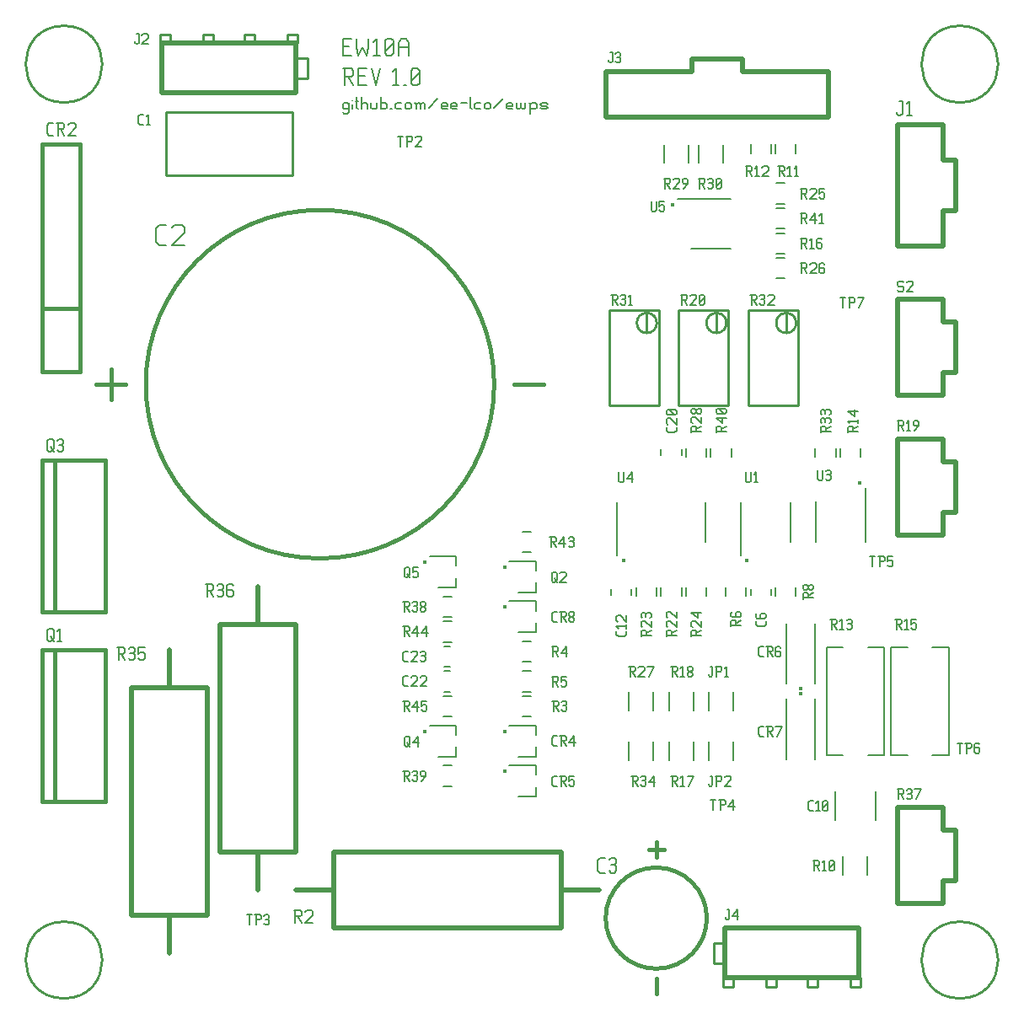
<source format=gbr>
G04 start of page 9 for group -4079 idx -4079 *
G04 Title: EW10A - linear power supply, topsilk *
G04 Creator: pcb 1.99z *
G04 CreationDate: Mon 08 Sep 2014 07:20:40 PM GMT UTC *
G04 For: eelco *
G04 Format: Gerber/RS-274X *
G04 PCB-Dimensions (mil): 5511.81 5511.81 *
G04 PCB-Coordinate-Origin: lower left *
%MOIN*%
%FSLAX25Y25*%
%LNTOPSILK*%
%ADD126C,0.0080*%
%ADD125C,0.0150*%
%ADD124C,0.0098*%
%ADD123C,0.0197*%
%ADD122C,0.0157*%
%ADD121C,0.0081*%
%ADD120C,0.0200*%
%ADD119C,0.0100*%
%ADD118C,0.0079*%
G54D118*X208661Y459919D02*X211151D01*
X208661Y456267D02*X211981D01*
X208661Y462907D02*Y456267D01*
Y462907D02*X211981D01*
X213973D02*Y459587D01*
X214803Y456267D01*
X216463Y459587D01*
X218123Y456267D01*
X218953Y459587D01*
Y462907D02*Y459587D01*
X220945Y461579D02*X222273Y462907D01*
Y456267D01*
X220945D02*X223435D01*
X225427Y457097D02*X226257Y456267D01*
X225427Y462077D02*Y457097D01*
Y462077D02*X226257Y462907D01*
X227917D01*
X228747Y462077D01*
Y457097D01*
X227917Y456267D02*X228747Y457097D01*
X226257Y456267D02*X227917D01*
X225427Y457927D02*X228747Y461247D01*
X230739D02*Y456267D01*
Y461247D02*X231901Y462907D01*
X233727D01*
X234889Y461247D01*
Y456267D01*
X230739Y459587D02*X234889D01*
X208661Y451096D02*X211981D01*
X212811Y450266D01*
Y448606D01*
X211981Y447776D02*X212811Y448606D01*
X209491Y447776D02*X211981D01*
X209491Y451096D02*Y444456D01*
X210819Y447776D02*X212811Y444456D01*
X214803Y448108D02*X217293D01*
X214803Y444456D02*X218123D01*
X214803Y451096D02*Y444456D01*
Y451096D02*X218123D01*
X220115D02*X221775Y444456D01*
X223435Y451096D01*
X228415Y449768D02*X229743Y451096D01*
Y444456D01*
X228415D02*X230905D01*
X232897D02*X233727D01*
X235719Y445286D02*X236549Y444456D01*
X235719Y450266D02*Y445286D01*
Y450266D02*X236549Y451096D01*
X238209D01*
X239039Y450266D01*
Y445286D01*
X238209Y444456D02*X239039Y445286D01*
X236549Y444456D02*X238209D01*
X235719Y446116D02*X239039Y449436D01*
X210446Y437375D02*X211041Y436780D01*
X209256Y437375D02*X210446D01*
X208661Y436780D02*X209256Y437375D01*
X208661Y436780D02*Y435590D01*
X209256Y434995D01*
X210446D01*
X211041Y435590D01*
X208661Y433805D02*X209256Y433210D01*
X210446D01*
X211041Y433805D01*
Y437375D02*Y433805D01*
X212469Y438565D02*Y438446D01*
Y436780D02*Y434995D01*
X214254Y439755D02*Y435590D01*
X214849Y434995D01*
X213659Y437970D02*X214849D01*
X216039Y439755D02*Y434995D01*
Y436780D02*X216634Y437375D01*
X217824D01*
X218419Y436780D01*
Y434995D01*
X219847Y437375D02*Y435590D01*
X220442Y434995D01*
X221632D01*
X222227Y435590D01*
Y437375D02*Y435590D01*
X223655Y439755D02*Y434995D01*
Y435590D02*X224250Y434995D01*
X225440D01*
X226035Y435590D01*
Y436780D02*Y435590D01*
X225440Y437375D02*X226035Y436780D01*
X224250Y437375D02*X225440D01*
X223655Y436780D02*X224250Y437375D01*
X227463Y434995D02*X228058D01*
X230081Y437375D02*X231866D01*
X229486Y436780D02*X230081Y437375D01*
X229486Y436780D02*Y435590D01*
X230081Y434995D01*
X231866D01*
X233294Y436780D02*Y435590D01*
Y436780D02*X233889Y437375D01*
X235079D01*
X235674Y436780D01*
Y435590D01*
X235079Y434995D02*X235674Y435590D01*
X233889Y434995D02*X235079D01*
X233294Y435590D02*X233889Y434995D01*
X237697Y436780D02*Y434995D01*
Y436780D02*X238292Y437375D01*
X238887D01*
X239482Y436780D01*
Y434995D01*
Y436780D02*X240077Y437375D01*
X240672D01*
X241267Y436780D01*
Y434995D01*
X237102Y437375D02*X237697Y436780D01*
X242695Y435590D02*X246265Y439160D01*
X248288Y434995D02*X250073D01*
X247693Y435590D02*X248288Y434995D01*
X247693Y436780D02*Y435590D01*
Y436780D02*X248288Y437375D01*
X249478D01*
X250073Y436780D01*
X247693Y436185D02*X250073D01*
Y436780D02*Y436185D01*
X252096Y434995D02*X253881D01*
X251501Y435590D02*X252096Y434995D01*
X251501Y436780D02*Y435590D01*
Y436780D02*X252096Y437375D01*
X253286D01*
X253881Y436780D01*
X251501Y436185D02*X253881D01*
Y436780D02*Y436185D01*
X255309Y437375D02*X257689D01*
X259117Y439755D02*Y435590D01*
X259712Y434995D01*
X261497Y437375D02*X263282D01*
X260902Y436780D02*X261497Y437375D01*
X260902Y436780D02*Y435590D01*
X261497Y434995D01*
X263282D01*
X264710Y436780D02*Y435590D01*
Y436780D02*X265305Y437375D01*
X266495D01*
X267090Y436780D01*
Y435590D01*
X266495Y434995D02*X267090Y435590D01*
X265305Y434995D02*X266495D01*
X264710Y435590D02*X265305Y434995D01*
X268518Y435590D02*X272088Y439160D01*
X274112Y434995D02*X275896D01*
X273516Y435590D02*X274112Y434995D01*
X273516Y436780D02*Y435590D01*
Y436780D02*X274112Y437375D01*
X275302D01*
X275896Y436780D01*
X273516Y436185D02*X275896D01*
Y436780D02*Y436185D01*
X277325Y437375D02*Y435590D01*
X277920Y434995D01*
X278515D01*
X279110Y435590D01*
Y437375D02*Y435590D01*
X279705Y434995D01*
X280300D01*
X280895Y435590D01*
Y437375D02*Y435590D01*
X282918Y436780D02*Y433210D01*
X282323Y437375D02*X282918Y436780D01*
X283513Y437375D01*
X284703D01*
X285298Y436780D01*
Y435590D01*
X284703Y434995D02*X285298Y435590D01*
X283513Y434995D02*X284703D01*
X282918Y435590D02*X283513Y434995D01*
X287321D02*X289106D01*
X289701Y435590D01*
X289106Y436185D02*X289701Y435590D01*
X287321Y436185D02*X289106D01*
X286726Y436780D02*X287321Y436185D01*
X286726Y436780D02*X287321Y437375D01*
X289106D01*
X289701Y436780D01*
X286726Y435590D02*X287321Y434995D01*
G54D119*X452756Y467913D02*G75*G03X452756Y467913I0J-15157D01*G01*
G54D120*X428008Y428764D02*Y380764D01*
X446008Y394764D02*Y380764D01*
Y394764D02*X451008D01*
Y414764D02*Y394764D01*
X446008Y414764D02*X451008D01*
X446008Y428764D02*Y414764D01*
X428008Y380764D02*X446008D01*
X428008Y428764D02*X446008D01*
X428008Y359709D02*Y321709D01*
X446008Y330709D02*Y321709D01*
Y330709D02*X451008D01*
Y350709D02*Y330709D01*
X446008Y350709D02*X451008D01*
X446008Y359709D02*Y350709D01*
X428008Y321709D02*X446008D01*
X428008Y359709D02*X446008D01*
X312732Y431945D02*X400732D01*
X366732Y449945D02*X400732D01*
X366732Y454945D02*Y449945D01*
X346732Y454945D02*X366732D01*
X346732D02*Y449945D01*
X312732D02*X346732D01*
X400732D02*Y431945D01*
X312732Y449945D02*Y431945D01*
G54D121*X359173Y420945D02*Y413701D01*
X349488Y420945D02*Y413701D01*
X345394Y420945D02*Y413701D01*
X335709Y420945D02*Y413701D01*
G54D119*X313976Y355512D02*Y317717D01*
Y355512D02*X333661D01*
Y317717D01*
X313976D02*X333661D01*
X328937Y354331D02*Y346457D01*
Y354331D02*G75*G03X328937Y354331I0J-3937D01*G01*
X341535Y355512D02*Y317717D01*
Y355512D02*X361220D01*
Y317717D01*
X341535D02*X361220D01*
X356496Y354331D02*Y346457D01*
Y354331D02*G75*G03X356496Y354331I0J-3937D01*G01*
G54D121*X341142Y399606D02*X346457D01*
Y379921D02*X362205D01*
X346457Y399606D02*X362205D01*
G54D122*X339173Y397283D03*
G54D119*X369094Y355512D02*Y317717D01*
Y355512D02*X388780D01*
Y317717D01*
X369094D02*X388780D01*
X384055Y354331D02*Y346457D01*
Y354331D02*G75*G03X384055Y354331I0J-3937D01*G01*
G54D121*X380197Y376102D02*X383583D01*
X380197Y367992D02*X383583D01*
X369961Y420984D02*Y417598D01*
X378071Y420984D02*Y417598D01*
X379803Y420984D02*Y417598D01*
X387913Y420984D02*Y417598D01*
X380197Y405630D02*X383583D01*
X380197Y397520D02*X383583D01*
X380197Y387677D02*X383583D01*
X380197Y395787D02*X383583D01*
X380197Y377835D02*X383583D01*
X380197Y385945D02*X383583D01*
G54D120*X428008Y304591D02*Y266591D01*
X446008Y275591D02*Y266591D01*
Y275591D02*X451008D01*
Y295591D02*Y275591D01*
X446008Y295591D02*X451008D01*
X446008Y304591D02*Y295591D01*
X428008Y266591D02*X446008D01*
X428008Y304591D02*X446008D01*
G54D121*X415512Y285000D02*Y279685D01*
X395827D02*Y263937D01*
X415512Y279685D02*Y263937D01*
G54D122*X413189Y286969D03*
G54D121*X395551Y300906D02*Y297520D01*
X403661Y300906D02*Y297520D01*
G54D119*X452756Y113583D02*G75*G03X452756Y113583I0J-15157D01*G01*
G54D123*X359764Y111024D02*X412913D01*
X359764D02*X412913D01*
X359764Y91339D02*X412913D01*
X359764Y111024D02*Y91339D01*
X412913Y111024D02*Y91339D01*
G54D124*X355335Y105118D02*X359272D01*
X355335Y97244D02*X359272D01*
X355335Y105118D02*Y97244D01*
X359272Y91339D02*Y87894D01*
X363209D01*
Y91339D02*Y87894D01*
X376181Y91339D02*Y87894D01*
X380118D01*
Y91339D02*Y87894D01*
X392480Y91339D02*Y87894D01*
X396417D01*
Y91339D02*Y87894D01*
X409469Y91339D02*Y87894D01*
X413406D01*
Y91339D02*Y87894D01*
G54D121*X384016Y200000D02*Y177953D01*
X395512Y200000D02*Y177953D01*
Y201654D02*Y200000D01*
X384016Y201654D02*Y200000D01*
G54D122*X389764Y203661D03*
G54D121*X425591Y222047D02*Y179528D01*
X432087D01*
X441929D02*X448425D01*
Y222047D02*Y179528D01*
X441929Y222047D02*X448425D01*
X425591D02*X432087D01*
X400000D02*Y179528D01*
X406496D01*
X416339D02*X422835D01*
Y222047D02*Y179528D01*
X416339Y222047D02*X422835D01*
X400000D02*X406496D01*
X395512Y231496D02*Y209449D01*
X384016Y231496D02*Y209449D01*
Y207795D01*
X395512Y209449D02*Y207795D01*
G54D122*X389764Y205787D03*
G54D121*X379803Y245787D02*Y242402D01*
X387913Y245787D02*Y242402D01*
X354213Y300906D02*Y297520D01*
X362323Y300906D02*Y297520D01*
X366142Y263780D02*Y258465D01*
X385827Y279528D02*Y263780D01*
X366142Y279528D02*Y263780D01*
G54D122*X368465Y256496D03*
G54D121*X378071Y245276D02*Y242913D01*
X369961Y245276D02*Y242913D01*
X360118Y245787D02*Y242402D01*
X368228Y245787D02*Y242402D01*
X413504Y300906D02*Y297520D01*
X405394Y300906D02*Y297520D01*
G54D119*X98425Y467913D02*G75*G03X98425Y467913I0J-15157D01*G01*
X138701Y408681D02*X188701D01*
Y433681D02*Y408681D01*
X138701Y433681D02*Y408681D01*
Y433681D02*X188701D01*
G54D123*X137087Y441339D02*X190236D01*
X137087D02*X190236D01*
X137087Y461024D02*X190236D01*
Y441339D01*
X137087Y461024D02*Y441339D01*
G54D124*X190728Y447244D02*X194665D01*
X190728Y455118D02*X194665D01*
Y447244D01*
X190728Y464469D02*Y461024D01*
X186791Y464469D02*X190728D01*
X186791D02*Y461024D01*
X173819Y464469D02*Y461024D01*
X169882Y464469D02*X173819D01*
X169882D02*Y461024D01*
X157520Y464469D02*Y461024D01*
X153583Y464469D02*X157520D01*
X153583D02*Y461024D01*
X140531Y464469D02*Y461024D01*
X136594Y464469D02*X140531D01*
X136594D02*Y461024D01*
G54D121*X353425Y204409D02*Y197165D01*
X363110Y204409D02*Y197165D01*
X337677Y204409D02*Y197165D01*
X347362Y204409D02*Y197165D01*
X321929Y204409D02*Y197165D01*
X331614Y204409D02*Y197165D01*
X344370Y300906D02*Y297520D01*
X352480Y300906D02*Y297520D01*
X342638Y300394D02*Y298031D01*
X334528Y300394D02*Y298031D01*
X314843Y245276D02*Y242913D01*
X322953Y245276D02*Y242913D01*
X324685Y245787D02*Y242402D01*
X332795Y245787D02*Y242402D01*
X344370Y245787D02*Y242402D01*
X352480Y245787D02*Y242402D01*
X334528Y245787D02*Y242402D01*
X342638Y245787D02*Y242402D01*
X337677Y184724D02*Y177480D01*
X347362Y184724D02*Y177480D01*
X321929Y184724D02*Y177480D01*
X331614Y184724D02*Y177480D01*
X317283Y263780D02*Y258465D01*
X352008Y279528D02*Y263780D01*
X317283Y279528D02*Y263780D01*
G54D122*X319646Y256496D03*
G54D121*X279803Y259724D02*X283189D01*
X279803Y267835D02*X283189D01*
G54D125*X111102Y326181D02*X122913D01*
X117008Y332087D02*Y320276D01*
X288268Y326181D02*X276457D01*
X130787D02*G75*G03X130787Y326181I68898J0D01*G01*
G54D121*X274606Y240354D02*X278031D01*
Y228150D02*X284961D01*
Y231890D02*Y228150D01*
Y240354D02*Y236614D01*
X278031Y240354D02*X284961D01*
G54D122*X272638Y237992D03*
G54D121*X274606Y256102D02*X278031D01*
Y243898D02*X284961D01*
Y247638D02*Y243898D01*
Y256102D02*Y252362D01*
X278031Y256102D02*X284961D01*
G54D122*X272638Y253740D03*
G54D121*X248307Y234134D02*X251693D01*
X248307Y242244D02*X251693D01*
X243110Y258071D02*X246535D01*
Y245866D02*X253465D01*
Y249606D02*Y245866D01*
Y258071D02*Y254331D01*
X246535Y258071D02*X253465D01*
G54D122*X241142Y255709D03*
G54D121*X248307Y224291D02*X251693D01*
X248307Y232402D02*X251693D01*
G54D125*X89921Y221102D02*Y161102D01*
X94921Y221102D02*Y161102D01*
X89921D02*X114921D01*
X89921Y221102D02*X114921D01*
Y161102D01*
X89921Y421102D02*Y331102D01*
X104921D01*
X89921Y421102D02*X104921D01*
Y331102D01*
X89921Y356102D02*X104921D01*
X89921Y296102D02*Y236102D01*
X94921Y296102D02*Y236102D01*
X89921D02*X114921D01*
X89921Y296102D02*X114921D01*
Y236102D01*
G54D120*X175000Y246181D02*Y231181D01*
X160000D02*X190000D01*
Y141181D01*
X160000Y231181D02*Y141181D01*
X190000D01*
X175000D02*Y126181D01*
G54D119*X98425Y113583D02*G75*G03X98425Y113583I0J-15157D01*G01*
G54D120*X140000Y221181D02*Y206181D01*
X125000D02*X155000D01*
Y116181D01*
X125000Y206181D02*Y116181D01*
X155000D01*
X140000D02*Y101181D01*
X190000Y126181D02*X205000D01*
Y141181D02*Y111181D01*
Y141181D02*X295000D01*
X205000Y111181D02*X295000D01*
Y141181D02*Y111181D01*
Y126181D02*X310000D01*
G54D121*X279803Y212717D02*X283189D01*
X279803Y204606D02*X283189D01*
X248819D02*X251181D01*
X248819Y212717D02*X251181D01*
X279803Y224528D02*X283189D01*
X279803Y216417D02*X283189D01*
X248819Y214449D02*X251181D01*
X248819Y222559D02*X251181D01*
X279803Y194764D02*X283189D01*
X279803Y202874D02*X283189D01*
X274606Y191142D02*X278031D01*
Y178937D02*X284961D01*
Y182677D02*Y178937D01*
Y191142D02*Y187402D01*
X278031Y191142D02*X284961D01*
G54D122*X272638Y188780D03*
G54D121*X274606Y175394D02*X278031D01*
Y163189D02*X284961D01*
Y166929D02*Y163189D01*
Y175394D02*Y171654D01*
X278031Y175394D02*X284961D01*
G54D122*X272638Y173031D03*
G54D121*X248307Y167205D02*X251693D01*
X248307Y175315D02*X251693D01*
X248307Y194764D02*X251693D01*
X248307Y202874D02*X251693D01*
X243110Y191142D02*X246535D01*
Y178937D02*X253465D01*
Y182677D02*Y178937D01*
Y191142D02*Y187402D01*
X246535Y191142D02*X253465D01*
G54D122*X241142Y188780D03*
G54D121*X353425Y184724D02*Y177480D01*
X363110Y184724D02*Y177480D01*
G54D120*X428008Y158921D02*Y120921D01*
X446008Y129921D02*Y120921D01*
Y129921D02*X451008D01*
Y149921D02*Y129921D01*
X446008Y149921D02*X451008D01*
X446008Y158921D02*Y149921D01*
X428008Y120921D02*X446008D01*
X428008Y158921D02*X446008D01*
G54D121*X403346Y164961D02*Y153937D01*
X419488Y164961D02*Y153937D01*
X406575Y139449D02*Y132205D01*
X416260Y139449D02*Y132205D01*
G54D125*X332677Y145016D02*Y139016D01*
X329677Y142016D02*X335677D01*
X332677Y91016D02*Y85016D01*
Y135016D02*G75*G03X332677Y135016I0J-20000D01*G01*
G54D118*X170665Y116362D02*X172665D01*
X171665D02*Y112362D01*
X174365Y116362D02*Y112362D01*
X173865Y116362D02*X175865D01*
X176365Y115862D01*
Y114862D01*
X175865Y114362D02*X176365Y114862D01*
X174365Y114362D02*X175865D01*
X177565Y115862D02*X178065Y116362D01*
X179065D01*
X179565Y115862D01*
X179065Y112362D02*X179565Y112862D01*
X178065Y112362D02*X179065D01*
X177565Y112862D02*X178065Y112362D01*
Y114562D02*X179065D01*
X179565Y115862D02*Y115062D01*
Y114062D02*Y112862D01*
Y114062D02*X179065Y114562D01*
X179565Y115062D02*X179065Y114562D01*
X189343Y118103D02*X191783D01*
X192393Y117493D01*
Y116273D01*
X191783Y115663D02*X192393Y116273D01*
X189953Y115663D02*X191783D01*
X189953Y118103D02*Y113223D01*
X190929Y115663D02*X192393Y113223D01*
X193857Y117493D02*X194467Y118103D01*
X196297D01*
X196907Y117493D01*
Y116273D01*
X193857Y113223D02*X196907Y116273D01*
X193857Y113223D02*X196907D01*
X119500Y221961D02*X121940D01*
X122550Y221351D01*
Y220131D01*
X121940Y219521D02*X122550Y220131D01*
X120110Y219521D02*X121940D01*
X120110Y221961D02*Y217081D01*
X121086Y219521D02*X122550Y217081D01*
X124014Y221351D02*X124624Y221961D01*
X125844D01*
X126454Y221351D01*
X125844Y217081D02*X126454Y217691D01*
X124624Y217081D02*X125844D01*
X124014Y217691D02*X124624Y217081D01*
Y219765D02*X125844D01*
X126454Y221351D02*Y220375D01*
Y219155D02*Y217691D01*
Y219155D02*X125844Y219765D01*
X126454Y220375D02*X125844Y219765D01*
X127918Y221961D02*X130358D01*
X127918D02*Y219521D01*
X128528Y220131D01*
X129748D01*
X130358Y219521D01*
Y217691D01*
X129748Y217081D02*X130358Y217691D01*
X128528Y217081D02*X129748D01*
X127918Y217691D02*X128528Y217081D01*
X91921Y228787D02*Y225157D01*
Y228787D02*X92526Y229392D01*
X93736D01*
X94341Y228787D01*
Y225762D01*
X93131Y224552D02*X94341Y225762D01*
X92526Y224552D02*X93131D01*
X91921Y225157D02*X92526Y224552D01*
X93131Y226367D02*X94341Y224552D01*
X95793Y228424D02*X96761Y229392D01*
Y224552D01*
X95793D02*X97608D01*
X232500Y240189D02*X234500D01*
X235000Y239689D01*
Y238689D01*
X234500Y238189D02*X235000Y238689D01*
X233000Y238189D02*X234500D01*
X233000Y240189D02*Y236189D01*
X233800Y238189D02*X235000Y236189D01*
X236200Y239689D02*X236700Y240189D01*
X237700D01*
X238200Y239689D01*
X237700Y236189D02*X238200Y236689D01*
X236700Y236189D02*X237700D01*
X236200Y236689D02*X236700Y236189D01*
Y238389D02*X237700D01*
X238200Y239689D02*Y238889D01*
Y237889D02*Y236689D01*
Y237889D02*X237700Y238389D01*
X238200Y238889D02*X237700Y238389D01*
X239400Y236689D02*X239900Y236189D01*
X239400Y237489D02*Y236689D01*
Y237489D02*X240100Y238189D01*
X240700D01*
X241400Y237489D01*
Y236689D01*
X240900Y236189D02*X241400Y236689D01*
X239900Y236189D02*X240900D01*
X239400Y238889D02*X240100Y238189D01*
X239400Y239689D02*Y238889D01*
Y239689D02*X239900Y240189D01*
X240900D01*
X241400Y239689D01*
Y238889D01*
X240700Y238189D02*X241400Y238889D01*
X232500Y230346D02*X234500D01*
X235000Y229846D01*
Y228846D01*
X234500Y228346D02*X235000Y228846D01*
X233000Y228346D02*X234500D01*
X233000Y230346D02*Y226346D01*
X233800Y228346D02*X235000Y226346D01*
X236200Y227846D02*X238200Y230346D01*
X236200Y227846D02*X238700D01*
X238200Y230346D02*Y226346D01*
X239900Y227846D02*X241900Y230346D01*
X239900Y227846D02*X242400D01*
X241900Y230346D02*Y226346D01*
X233248Y253264D02*Y250264D01*
Y253264D02*X233748Y253764D01*
X234748D01*
X235248Y253264D01*
Y250764D01*
X234248Y249764D02*X235248Y250764D01*
X233748Y249764D02*X234248D01*
X233248Y250264D02*X233748Y249764D01*
X234248Y251264D02*X235248Y249764D01*
X236448Y253764D02*X238448D01*
X236448D02*Y251764D01*
X236948Y252264D01*
X237948D01*
X238448Y251764D01*
Y250264D01*
X237948Y249764D02*X238448Y250264D01*
X236948Y249764D02*X237948D01*
X236448Y250264D02*X236948Y249764D01*
X154500Y246961D02*X156940D01*
X157550Y246351D01*
Y245131D01*
X156940Y244521D02*X157550Y245131D01*
X155110Y244521D02*X156940D01*
X155110Y246961D02*Y242081D01*
X156086Y244521D02*X157550Y242081D01*
X159014Y246351D02*X159624Y246961D01*
X160844D01*
X161454Y246351D01*
X160844Y242081D02*X161454Y242691D01*
X159624Y242081D02*X160844D01*
X159014Y242691D02*X159624Y242081D01*
Y244765D02*X160844D01*
X161454Y246351D02*Y245375D01*
Y244155D02*Y242691D01*
Y244155D02*X160844Y244765D01*
X161454Y245375D02*X160844Y244765D01*
X164748Y246961D02*X165358Y246351D01*
X163528Y246961D02*X164748D01*
X162918Y246351D02*X163528Y246961D01*
X162918Y246351D02*Y242691D01*
X163528Y242081D01*
X164748Y244765D02*X165358Y244155D01*
X162918Y244765D02*X164748D01*
X163528Y242081D02*X164748D01*
X165358Y242691D01*
Y244155D02*Y242691D01*
X232500Y173260D02*X234500D01*
X235000Y172760D01*
Y171760D01*
X234500Y171260D02*X235000Y171760D01*
X233000Y171260D02*X234500D01*
X233000Y173260D02*Y169260D01*
X233800Y171260D02*X235000Y169260D01*
X236200Y172760D02*X236700Y173260D01*
X237700D01*
X238200Y172760D01*
X237700Y169260D02*X238200Y169760D01*
X236700Y169260D02*X237700D01*
X236200Y169760D02*X236700Y169260D01*
Y171460D02*X237700D01*
X238200Y172760D02*Y171960D01*
Y170960D02*Y169760D01*
Y170960D02*X237700Y171460D01*
X238200Y171960D02*X237700Y171460D01*
X239900Y169260D02*X241400Y171260D01*
Y172760D02*Y171260D01*
X240900Y173260D02*X241400Y172760D01*
X239900Y173260D02*X240900D01*
X239400Y172760D02*X239900Y173260D01*
X239400Y172760D02*Y171760D01*
X239900Y171260D01*
X241400D01*
X233248Y186335D02*Y183335D01*
Y186335D02*X233748Y186835D01*
X234748D01*
X235248Y186335D01*
Y183835D01*
X234248Y182835D02*X235248Y183835D01*
X233748Y182835D02*X234248D01*
X233248Y183335D02*X233748Y182835D01*
X234248Y184335D02*X235248Y182835D01*
X236448Y184335D02*X238448Y186835D01*
X236448Y184335D02*X238948D01*
X238448Y186835D02*Y182835D01*
X233200Y206661D02*X234500D01*
X232500Y207361D02*X233200Y206661D01*
X232500Y209961D02*Y207361D01*
Y209961D02*X233200Y210661D01*
X234500D01*
X235700Y210161D02*X236200Y210661D01*
X237700D01*
X238200Y210161D01*
Y209161D01*
X235700Y206661D02*X238200Y209161D01*
X235700Y206661D02*X238200D01*
X239400Y210161D02*X239900Y210661D01*
X241400D01*
X241900Y210161D01*
Y209161D01*
X239400Y206661D02*X241900Y209161D01*
X239400Y206661D02*X241900D01*
X232500Y200819D02*X234500D01*
X235000Y200319D01*
Y199319D01*
X234500Y198819D02*X235000Y199319D01*
X233000Y198819D02*X234500D01*
X233000Y200819D02*Y196819D01*
X233800Y198819D02*X235000Y196819D01*
X236200Y198319D02*X238200Y200819D01*
X236200Y198319D02*X238700D01*
X238200Y200819D02*Y196819D01*
X239900Y200819D02*X241900D01*
X239900D02*Y198819D01*
X240400Y199319D01*
X241400D01*
X241900Y198819D01*
Y197319D01*
X241400Y196819D02*X241900Y197319D01*
X240400Y196819D02*X241400D01*
X239900Y197319D02*X240400Y196819D01*
X233200Y216504D02*X234500D01*
X232500Y217204D02*X233200Y216504D01*
X232500Y219804D02*Y217204D01*
Y219804D02*X233200Y220504D01*
X234500D01*
X235700Y220004D02*X236200Y220504D01*
X237700D01*
X238200Y220004D01*
Y219004D01*
X235700Y216504D02*X238200Y219004D01*
X235700Y216504D02*X238200D01*
X239400Y220004D02*X239900Y220504D01*
X240900D01*
X241400Y220004D01*
X240900Y216504D02*X241400Y217004D01*
X239900Y216504D02*X240900D01*
X239400Y217004D02*X239900Y216504D01*
Y218704D02*X240900D01*
X241400Y220004D02*Y219204D01*
Y218204D02*Y217004D01*
Y218204D02*X240900Y218704D01*
X241400Y219204D02*X240900Y218704D01*
X394685Y137780D02*X396685D01*
X397185Y137280D01*
Y136280D01*
X396685Y135780D02*X397185Y136280D01*
X395185Y135780D02*X396685D01*
X395185Y137780D02*Y133780D01*
X395985Y135780D02*X397185Y133780D01*
X398385Y136980D02*X399185Y137780D01*
Y133780D01*
X398385D02*X399885D01*
X401085Y134280D02*X401585Y133780D01*
X401085Y137280D02*Y134280D01*
Y137280D02*X401585Y137780D01*
X402585D01*
X403085Y137280D01*
Y134280D01*
X402585Y133780D02*X403085Y134280D01*
X401585Y133780D02*X402585D01*
X401085Y134780D02*X403085Y136780D01*
X428008Y166055D02*X430008D01*
X430508Y165555D01*
Y164555D01*
X430008Y164055D02*X430508Y164555D01*
X428508Y164055D02*X430008D01*
X428508Y166055D02*Y162055D01*
X429308Y164055D02*X430508Y162055D01*
X431708Y165555D02*X432208Y166055D01*
X433208D01*
X433708Y165555D01*
X433208Y162055D02*X433708Y162555D01*
X432208Y162055D02*X433208D01*
X431708Y162555D02*X432208Y162055D01*
Y164255D02*X433208D01*
X433708Y165555D02*Y164755D01*
Y163755D02*Y162555D01*
Y163755D02*X433208Y164255D01*
X433708Y164755D02*X433208Y164255D01*
X435408Y162055D02*X437408Y166055D01*
X434908D02*X437408D01*
X451709Y184276D02*X453709D01*
X452709D02*Y180276D01*
X455409Y184276D02*Y180276D01*
X454909Y184276D02*X456909D01*
X457409Y183776D01*
Y182776D01*
X456909Y182276D02*X457409Y182776D01*
X455409Y182276D02*X456909D01*
X460109Y184276D02*X460609Y183776D01*
X459109Y184276D02*X460109D01*
X458609Y183776D02*X459109Y184276D01*
X458609Y183776D02*Y180776D01*
X459109Y180276D01*
X460109Y182476D02*X460609Y181976D01*
X458609Y182476D02*X460109D01*
X459109Y180276D02*X460109D01*
X460609Y180776D01*
Y181976D02*Y180776D01*
X417260Y258094D02*X419260D01*
X418260D02*Y254094D01*
X420960Y258094D02*Y254094D01*
X420460Y258094D02*X422460D01*
X422960Y257594D01*
Y256594D01*
X422460Y256094D02*X422960Y256594D01*
X420960Y256094D02*X422460D01*
X424160Y258094D02*X426160D01*
X424160D02*Y256094D01*
X424660Y256594D01*
X425660D01*
X426160Y256094D01*
Y254594D01*
X425660Y254094D02*X426160Y254594D01*
X424660Y254094D02*X425660D01*
X424160Y254594D02*X424660Y254094D01*
X427165Y233252D02*X429165D01*
X429665Y232752D01*
Y231752D01*
X429165Y231252D02*X429665Y231752D01*
X427665Y231252D02*X429165D01*
X427665Y233252D02*Y229252D01*
X428465Y231252D02*X429665Y229252D01*
X430865Y232452D02*X431665Y233252D01*
Y229252D01*
X430865D02*X432365D01*
X433565Y233252D02*X435565D01*
X433565D02*Y231252D01*
X434065Y231752D01*
X435065D01*
X435565Y231252D01*
Y229752D01*
X435065Y229252D02*X435565Y229752D01*
X434065Y229252D02*X435065D01*
X433565Y229752D02*X434065Y229252D01*
X401575Y233252D02*X403575D01*
X404075Y232752D01*
Y231752D01*
X403575Y231252D02*X404075Y231752D01*
X402075Y231252D02*X403575D01*
X402075Y233252D02*Y229252D01*
X402875Y231252D02*X404075Y229252D01*
X405275Y232452D02*X406075Y233252D01*
Y229252D01*
X405275D02*X406775D01*
X407975Y232752D02*X408475Y233252D01*
X409475D01*
X409975Y232752D01*
X409475Y229252D02*X409975Y229752D01*
X408475Y229252D02*X409475D01*
X407975Y229752D02*X408475Y229252D01*
Y231452D02*X409475D01*
X409975Y232752D02*Y231952D01*
Y230952D02*Y229752D01*
Y230952D02*X409475Y231452D01*
X409975Y231952D02*X409475Y231452D01*
X393417Y157402D02*X394717D01*
X392717Y158102D02*X393417Y157402D01*
X392717Y160702D02*Y158102D01*
Y160702D02*X393417Y161402D01*
X394717D01*
X395917Y160602D02*X396717Y161402D01*
Y157402D01*
X395917D02*X397417D01*
X398617Y157902D02*X399117Y157402D01*
X398617Y160902D02*Y157902D01*
Y160902D02*X399117Y161402D01*
X400117D01*
X400617Y160902D01*
Y157902D01*
X400117Y157402D02*X400617Y157902D01*
X399117Y157402D02*X400117D01*
X398617Y158402D02*X400617Y160402D01*
X373731Y186929D02*X375031D01*
X373031Y187629D02*X373731Y186929D01*
X373031Y190229D02*Y187629D01*
Y190229D02*X373731Y190929D01*
X375031D01*
X376232D02*X378232D01*
X378732Y190429D01*
Y189429D01*
X378232Y188929D02*X378732Y189429D01*
X376732Y188929D02*X378232D01*
X376732Y190929D02*Y186929D01*
X377532Y188929D02*X378732Y186929D01*
X380432D02*X382432Y190929D01*
X379932D02*X382432D01*
X373731Y218425D02*X375031D01*
X373031Y219125D02*X373731Y218425D01*
X373031Y221725D02*Y219125D01*
Y221725D02*X373731Y222425D01*
X375031D01*
X376232D02*X378232D01*
X378732Y221925D01*
Y220925D01*
X378232Y220425D02*X378732Y220925D01*
X376732Y220425D02*X378232D01*
X376732Y222425D02*Y218425D01*
X377532Y220425D02*X378732Y218425D01*
X381432Y222425D02*X381932Y221925D01*
X380432Y222425D02*X381432D01*
X379932Y221925D02*X380432Y222425D01*
X379932Y221925D02*Y218925D01*
X380432Y218425D01*
X381432Y220625D02*X381932Y220125D01*
X379932Y220625D02*X381432D01*
X380432Y218425D02*X381432D01*
X381932Y218925D01*
Y220125D02*Y218925D01*
X354046Y214551D02*X354846D01*
Y211051D01*
X354346Y210551D02*X354846Y211051D01*
X353846Y210551D02*X354346D01*
X353346Y211051D02*X353846Y210551D01*
X353346Y211551D02*Y211051D01*
X356546Y214551D02*Y210551D01*
X356046Y214551D02*X358046D01*
X358546Y214051D01*
Y213051D01*
X358046Y212551D02*X358546Y213051D01*
X356546Y212551D02*X358046D01*
X359746Y213751D02*X360546Y214551D01*
Y210551D01*
X359746D02*X361246D01*
X354046Y171244D02*X354846D01*
Y167744D01*
X354346Y167244D02*X354846Y167744D01*
X353846Y167244D02*X354346D01*
X353346Y167744D02*X353846Y167244D01*
X353346Y168244D02*Y167744D01*
X356546Y171244D02*Y167244D01*
X356046Y171244D02*X358046D01*
X358546Y170744D01*
Y169744D01*
X358046Y169244D02*X358546Y169744D01*
X356546Y169244D02*X358046D01*
X359746Y170744D02*X360246Y171244D01*
X361746D01*
X362246Y170744D01*
Y169744D01*
X359746Y167244D02*X362246Y169744D01*
X359746Y167244D02*X362246D01*
X354268Y161638D02*X356268D01*
X355268D02*Y157638D01*
X357968Y161638D02*Y157638D01*
X357468Y161638D02*X359468D01*
X359968Y161138D01*
Y160138D01*
X359468Y159638D02*X359968Y160138D01*
X357968Y159638D02*X359468D01*
X361168Y159138D02*X363168Y161638D01*
X361168Y159138D02*X363668D01*
X363168Y161638D02*Y157638D01*
X390764Y243142D02*Y241142D01*
Y243142D02*X391264Y243642D01*
X392264D01*
X392764Y243142D02*X392264Y243642D01*
X392764Y243142D02*Y241642D01*
X390764D02*X394764D01*
X392764Y242442D02*X394764Y243642D01*
X394264Y244842D02*X394764Y245342D01*
X393464Y244842D02*X394264D01*
X393464D02*X392764Y245542D01*
Y246142D02*Y245542D01*
Y246142D02*X393464Y246842D01*
X394264D01*
X394764Y246342D02*X394264Y246842D01*
X394764Y246342D02*Y245342D01*
X392064Y244842D02*X392764Y245542D01*
X391264Y244842D02*X392064D01*
X391264D02*X390764Y245342D01*
Y246342D02*Y245342D01*
Y246342D02*X391264Y246842D01*
X392064D01*
X392764Y246142D02*X392064Y246842D01*
X376063Y232315D02*Y231015D01*
X375363Y230315D02*X376063Y231015D01*
X372763Y230315D02*X375363D01*
X372763D02*X372063Y231015D01*
Y232315D02*Y231015D01*
Y235015D02*X372563Y235515D01*
X372063Y235015D02*Y234015D01*
X372563Y233515D02*X372063Y234015D01*
X372563Y233515D02*X375563D01*
X376063Y234015D01*
X373863Y235015D02*X374363Y235515D01*
X373863Y235015D02*Y233515D01*
X376063Y235015D02*Y234015D01*
Y235015D02*X375563Y235515D01*
X374363D02*X375563D01*
X362220Y232315D02*Y230315D01*
Y232315D02*X362720Y232815D01*
X363720D01*
X364220Y232315D02*X363720Y232815D01*
X364220Y232315D02*Y230815D01*
X362220D02*X366220D01*
X364220Y231615D02*X366220Y232815D01*
X362220Y235515D02*X362720Y236015D01*
X362220Y235515D02*Y234515D01*
X362720Y234015D02*X362220Y234515D01*
X362720Y234015D02*X365720D01*
X366220Y234515D01*
X364020Y235515D02*X364520Y236015D01*
X364020Y235515D02*Y234015D01*
X366220Y235515D02*Y234515D01*
Y235515D02*X365720Y236015D01*
X364520D02*X365720D01*
X346472Y228378D02*Y226378D01*
Y228378D02*X346972Y228878D01*
X347972D01*
X348472Y228378D02*X347972Y228878D01*
X348472Y228378D02*Y226878D01*
X346472D02*X350472D01*
X348472Y227678D02*X350472Y228878D01*
X346972Y230078D02*X346472Y230578D01*
Y232078D02*Y230578D01*
Y232078D02*X346972Y232578D01*
X347972D01*
X350472Y230078D02*X347972Y232578D01*
X350472D02*Y230078D01*
X348972Y233778D02*X346472Y235778D01*
X348972Y236278D02*Y233778D01*
X346472Y235778D02*X350472D01*
X290571Y265776D02*X292571D01*
X293071Y265276D01*
Y264276D01*
X292571Y263776D02*X293071Y264276D01*
X291071Y263776D02*X292571D01*
X291071Y265776D02*Y261776D01*
X291871Y263776D02*X293071Y261776D01*
X294271Y263276D02*X296271Y265776D01*
X294271Y263276D02*X296771D01*
X296271Y265776D02*Y261776D01*
X297971Y265276D02*X298471Y265776D01*
X299471D01*
X299971Y265276D01*
X299471Y261776D02*X299971Y262276D01*
X298471Y261776D02*X299471D01*
X297971Y262276D02*X298471Y261776D01*
Y263976D02*X299471D01*
X299971Y265276D02*Y264476D01*
Y263476D02*Y262276D01*
Y263476D02*X299471Y263976D01*
X299971Y264476D02*X299471Y263976D01*
X291339Y251453D02*Y248453D01*
Y251453D02*X291839Y251953D01*
X292839D01*
X293339Y251453D01*
Y248953D01*
X292339Y247953D02*X293339Y248953D01*
X291839Y247953D02*X292339D01*
X291339Y248453D02*X291839Y247953D01*
X292339Y249453D02*X293339Y247953D01*
X294539Y251453D02*X295039Y251953D01*
X296539D01*
X297039Y251453D01*
Y250453D01*
X294539Y247953D02*X297039Y250453D01*
X294539Y247953D02*X297039D01*
X291339Y210614D02*X293339D01*
X293839Y210114D01*
Y209114D01*
X293339Y208614D02*X293839Y209114D01*
X291839Y208614D02*X293339D01*
X291839Y210614D02*Y206614D01*
X292639Y208614D02*X293839Y206614D01*
X295039Y210614D02*X297039D01*
X295039D02*Y208614D01*
X295539Y209114D01*
X296539D01*
X297039Y208614D01*
Y207114D01*
X296539Y206614D02*X297039Y207114D01*
X295539Y206614D02*X296539D01*
X295039Y207114D02*X295539Y206614D01*
X291339Y222425D02*X293339D01*
X293839Y221925D01*
Y220925D01*
X293339Y220425D02*X293839Y220925D01*
X291839Y220425D02*X293339D01*
X291839Y222425D02*Y218425D01*
X292639Y220425D02*X293839Y218425D01*
X295039Y219925D02*X297039Y222425D01*
X295039Y219925D02*X297539D01*
X297039Y222425D02*Y218425D01*
X292039Y232205D02*X293339D01*
X291339Y232905D02*X292039Y232205D01*
X291339Y235505D02*Y232905D01*
Y235505D02*X292039Y236205D01*
X293339D01*
X294539D02*X296539D01*
X297039Y235705D01*
Y234705D01*
X296539Y234205D02*X297039Y234705D01*
X295039Y234205D02*X296539D01*
X295039Y236205D02*Y232205D01*
X295839Y234205D02*X297039Y232205D01*
X298239Y232705D02*X298739Y232205D01*
X298239Y233505D02*Y232705D01*
Y233505D02*X298939Y234205D01*
X299539D01*
X300239Y233505D01*
Y232705D01*
X299739Y232205D02*X300239Y232705D01*
X298739Y232205D02*X299739D01*
X298239Y234905D02*X298939Y234205D01*
X298239Y235705D02*Y234905D01*
Y235705D02*X298739Y236205D01*
X299739D01*
X300239Y235705D01*
Y234905D01*
X299539Y234205D02*X300239Y234905D01*
X291555Y200819D02*X293555D01*
X294055Y200319D01*
Y199319D01*
X293555Y198819D02*X294055Y199319D01*
X292055Y198819D02*X293555D01*
X292055Y200819D02*Y196819D01*
X292855Y198819D02*X294055Y196819D01*
X295255Y200319D02*X295755Y200819D01*
X296755D01*
X297255Y200319D01*
X296755Y196819D02*X297255Y197319D01*
X295755Y196819D02*X296755D01*
X295255Y197319D02*X295755Y196819D01*
Y199019D02*X296755D01*
X297255Y200319D02*Y199519D01*
Y198519D02*Y197319D01*
Y198519D02*X296755Y199019D01*
X297255Y199519D02*X296755Y199019D01*
X320945Y228378D02*Y227078D01*
X320245Y226378D02*X320945Y227078D01*
X317645Y226378D02*X320245D01*
X317645D02*X316945Y227078D01*
Y228378D02*Y227078D01*
X317745Y229578D02*X316945Y230378D01*
X320945D01*
Y231078D02*Y229578D01*
X317445Y232278D02*X316945Y232778D01*
Y234278D02*Y232778D01*
Y234278D02*X317445Y234778D01*
X318445D01*
X320945Y232278D02*X318445Y234778D01*
X320945D02*Y232278D01*
X326787Y228378D02*Y226378D01*
Y228378D02*X327287Y228878D01*
X328287D01*
X328787Y228378D02*X328287Y228878D01*
X328787Y228378D02*Y226878D01*
X326787D02*X330787D01*
X328787Y227678D02*X330787Y228878D01*
X327287Y230078D02*X326787Y230578D01*
Y232078D02*Y230578D01*
Y232078D02*X327287Y232578D01*
X328287D01*
X330787Y230078D02*X328287Y232578D01*
X330787D02*Y230078D01*
X327287Y233778D02*X326787Y234278D01*
Y235278D02*Y234278D01*
Y235278D02*X327287Y235778D01*
X330787Y235278D02*X330287Y235778D01*
X330787Y235278D02*Y234278D01*
X330287Y233778D02*X330787Y234278D01*
X328587Y235278D02*Y234278D01*
X327287Y235778D02*X328087D01*
X329087D02*X330287D01*
X329087D02*X328587Y235278D01*
X328087Y235778D02*X328587Y235278D01*
X336630Y228378D02*Y226378D01*
Y228378D02*X337130Y228878D01*
X338130D01*
X338630Y228378D02*X338130Y228878D01*
X338630Y228378D02*Y226878D01*
X336630D02*X340630D01*
X338630Y227678D02*X340630Y228878D01*
X337130Y230078D02*X336630Y230578D01*
Y232078D02*Y230578D01*
Y232078D02*X337130Y232578D01*
X338130D01*
X340630Y230078D02*X338130Y232578D01*
X340630D02*Y230078D01*
X337130Y233778D02*X336630Y234278D01*
Y235778D02*Y234278D01*
Y235778D02*X337130Y236278D01*
X338130D01*
X340630Y233778D02*X338130Y236278D01*
X340630D02*Y233778D01*
X338583Y214551D02*X340583D01*
X341083Y214051D01*
Y213051D01*
X340583Y212551D02*X341083Y213051D01*
X339083Y212551D02*X340583D01*
X339083Y214551D02*Y210551D01*
X339883Y212551D02*X341083Y210551D01*
X342283Y213751D02*X343083Y214551D01*
Y210551D01*
X342283D02*X343783D01*
X344983Y211051D02*X345483Y210551D01*
X344983Y211851D02*Y211051D01*
Y211851D02*X345683Y212551D01*
X346283D01*
X346983Y211851D01*
Y211051D01*
X346483Y210551D02*X346983Y211051D01*
X345483Y210551D02*X346483D01*
X344983Y213251D02*X345683Y212551D01*
X344983Y214051D02*Y213251D01*
Y214051D02*X345483Y214551D01*
X346483D01*
X346983Y214051D01*
Y213251D01*
X346283Y212551D02*X346983Y213251D01*
X321850Y214551D02*X323850D01*
X324350Y214051D01*
Y213051D01*
X323850Y212551D02*X324350Y213051D01*
X322350Y212551D02*X323850D01*
X322350Y214551D02*Y210551D01*
X323150Y212551D02*X324350Y210551D01*
X325550Y214051D02*X326050Y214551D01*
X327550D01*
X328050Y214051D01*
Y213051D01*
X325550Y210551D02*X328050Y213051D01*
X325550Y210551D02*X328050D01*
X329750D02*X331750Y214551D01*
X329250D02*X331750D01*
X360661Y118429D02*X361461D01*
Y114929D01*
X360961Y114429D02*X361461Y114929D01*
X360461Y114429D02*X360961D01*
X359961Y114929D02*X360461Y114429D01*
X359961Y115429D02*Y114929D01*
X362661Y115929D02*X364661Y118429D01*
X362661Y115929D02*X365161D01*
X364661Y118429D02*Y114429D01*
X310433Y132926D02*X312305D01*
X309425Y133934D02*X310433Y132926D01*
X309425Y137678D02*Y133934D01*
Y137678D02*X310433Y138686D01*
X312305D01*
X314033Y137966D02*X314753Y138686D01*
X316193D01*
X316913Y137966D01*
X316193Y132926D02*X316913Y133646D01*
X314753Y132926D02*X316193D01*
X314033Y133646D02*X314753Y132926D01*
Y136094D02*X316193D01*
X316913Y137966D02*Y136814D01*
Y135374D02*Y133646D01*
Y135374D02*X316193Y136094D01*
X316913Y136814D02*X316193Y136094D01*
X292039Y182992D02*X293339D01*
X291339Y183692D02*X292039Y182992D01*
X291339Y186292D02*Y183692D01*
Y186292D02*X292039Y186992D01*
X293339D01*
X294539D02*X296539D01*
X297039Y186492D01*
Y185492D01*
X296539Y184992D02*X297039Y185492D01*
X295039Y184992D02*X296539D01*
X295039Y186992D02*Y182992D01*
X295839Y184992D02*X297039Y182992D01*
X298239Y184492D02*X300239Y186992D01*
X298239Y184492D02*X300739D01*
X300239Y186992D02*Y182992D01*
X292039Y167244D02*X293339D01*
X291339Y167944D02*X292039Y167244D01*
X291339Y170544D02*Y167944D01*
Y170544D02*X292039Y171244D01*
X293339D01*
X294539D02*X296539D01*
X297039Y170744D01*
Y169744D01*
X296539Y169244D02*X297039Y169744D01*
X295039Y169244D02*X296539D01*
X295039Y171244D02*Y167244D01*
X295839Y169244D02*X297039Y167244D01*
X298239Y171244D02*X300239D01*
X298239D02*Y169244D01*
X298739Y169744D01*
X299739D01*
X300239Y169244D01*
Y167744D01*
X299739Y167244D02*X300239Y167744D01*
X298739Y167244D02*X299739D01*
X298239Y167744D02*X298739Y167244D01*
X338583Y171244D02*X340583D01*
X341083Y170744D01*
Y169744D01*
X340583Y169244D02*X341083Y169744D01*
X339083Y169244D02*X340583D01*
X339083Y171244D02*Y167244D01*
X339883Y169244D02*X341083Y167244D01*
X342283Y170444D02*X343083Y171244D01*
Y167244D01*
X342283D02*X343783D01*
X345483D02*X347483Y171244D01*
X344983D02*X347483D01*
X322835D02*X324835D01*
X325335Y170744D01*
Y169744D01*
X324835Y169244D02*X325335Y169744D01*
X323335Y169244D02*X324835D01*
X323335Y171244D02*Y167244D01*
X324135Y169244D02*X325335Y167244D01*
X326535Y170744D02*X327035Y171244D01*
X328035D01*
X328535Y170744D01*
X328035Y167244D02*X328535Y167744D01*
X327035Y167244D02*X328035D01*
X326535Y167744D02*X327035Y167244D01*
Y169444D02*X328035D01*
X328535Y170744D02*Y169944D01*
Y168944D02*Y167744D01*
Y168944D02*X328035Y169444D01*
X328535Y169944D02*X328035Y169444D01*
X329735Y168744D02*X331735Y171244D01*
X329735Y168744D02*X332235D01*
X331735Y171244D02*Y167244D01*
X428843Y438225D02*X429995D01*
Y433185D01*
X429275Y432465D02*X429995Y433185D01*
X428555Y432465D02*X429275D01*
X427835Y433185D02*X428555Y432465D01*
X427835Y433905D02*Y433185D01*
X431723Y437073D02*X432875Y438225D01*
Y432465D01*
X431723D02*X433883D01*
X314535Y457394D02*X315335D01*
Y453894D01*
X314835Y453394D02*X315335Y453894D01*
X314335Y453394D02*X314835D01*
X313835Y453894D02*X314335Y453394D01*
X313835Y454394D02*Y453894D01*
X316535Y456894D02*X317035Y457394D01*
X318035D01*
X318535Y456894D01*
X318035Y453394D02*X318535Y453894D01*
X317035Y453394D02*X318035D01*
X316535Y453894D02*X317035Y453394D01*
Y455594D02*X318035D01*
X318535Y456894D02*Y456094D01*
Y455094D02*Y453894D01*
Y455094D02*X318035Y455594D01*
X318535Y456094D02*X318035Y455594D01*
X330709Y398606D02*Y395106D01*
X331209Y394606D01*
X332209D01*
X332709Y395106D01*
Y398606D02*Y395106D01*
X333909Y398606D02*X335909D01*
X333909D02*Y396606D01*
X334409Y397106D01*
X335409D01*
X335909Y396606D01*
Y395106D01*
X335409Y394606D02*X335909Y395106D01*
X334409Y394606D02*X335409D01*
X333909Y395106D02*X334409Y394606D01*
X389764Y393685D02*X391764D01*
X392264Y393185D01*
Y392185D01*
X391764Y391685D02*X392264Y392185D01*
X390264Y391685D02*X391764D01*
X390264Y393685D02*Y389685D01*
X391064Y391685D02*X392264Y389685D01*
X393464Y391185D02*X395464Y393685D01*
X393464Y391185D02*X395964D01*
X395464Y393685D02*Y389685D01*
X397164Y392885D02*X397964Y393685D01*
Y389685D01*
X397164D02*X398664D01*
X389764Y383843D02*X391764D01*
X392264Y383343D01*
Y382343D01*
X391764Y381843D02*X392264Y382343D01*
X390264Y381843D02*X391764D01*
X390264Y383843D02*Y379843D01*
X391064Y381843D02*X392264Y379843D01*
X393464Y383043D02*X394264Y383843D01*
Y379843D01*
X393464D02*X394964D01*
X397664Y383843D02*X398164Y383343D01*
X396664Y383843D02*X397664D01*
X396164Y383343D02*X396664Y383843D01*
X396164Y383343D02*Y380343D01*
X396664Y379843D01*
X397664Y382043D02*X398164Y381543D01*
X396164Y382043D02*X397664D01*
X396664Y379843D02*X397664D01*
X398164Y380343D01*
Y381543D02*Y380343D01*
X389764Y374000D02*X391764D01*
X392264Y373500D01*
Y372500D01*
X391764Y372000D02*X392264Y372500D01*
X390264Y372000D02*X391764D01*
X390264Y374000D02*Y370000D01*
X391064Y372000D02*X392264Y370000D01*
X393464Y373500D02*X393964Y374000D01*
X395464D01*
X395964Y373500D01*
Y372500D01*
X393464Y370000D02*X395964Y372500D01*
X393464Y370000D02*X395964D01*
X398664Y374000D02*X399164Y373500D01*
X397664Y374000D02*X398664D01*
X397164Y373500D02*X397664Y374000D01*
X397164Y373500D02*Y370500D01*
X397664Y370000D01*
X398664Y372200D02*X399164Y371700D01*
X397164Y372200D02*X398664D01*
X397664Y370000D02*X398664D01*
X399164Y370500D01*
Y371700D02*Y370500D01*
X430008Y366843D02*X430508Y366343D01*
X428508Y366843D02*X430008D01*
X428008Y366343D02*X428508Y366843D01*
X428008Y366343D02*Y365343D01*
X428508Y364843D01*
X430008D01*
X430508Y364343D01*
Y363343D01*
X430008Y362843D02*X430508Y363343D01*
X428508Y362843D02*X430008D01*
X428008Y363343D02*X428508Y362843D01*
X431708Y366343D02*X432208Y366843D01*
X433708D01*
X434208Y366343D01*
Y365343D01*
X431708Y362843D02*X434208Y365343D01*
X431708Y362843D02*X434208D01*
X428008Y311724D02*X430008D01*
X430508Y311224D01*
Y310224D01*
X430008Y309724D02*X430508Y310224D01*
X428508Y309724D02*X430008D01*
X428508Y311724D02*Y307724D01*
X429308Y309724D02*X430508Y307724D01*
X431708Y310924D02*X432508Y311724D01*
Y307724D01*
X431708D02*X433208D01*
X434908D02*X436408Y309724D01*
Y311224D02*Y309724D01*
X435908Y311724D02*X436408Y311224D01*
X434908Y311724D02*X435908D01*
X434408Y311224D02*X434908Y311724D01*
X434408Y311224D02*Y310224D01*
X434908Y309724D01*
X436408D01*
X408480Y309087D02*Y307087D01*
Y309087D02*X408980Y309587D01*
X409980D01*
X410480Y309087D02*X409980Y309587D01*
X410480Y309087D02*Y307587D01*
X408480D02*X412480D01*
X410480Y308387D02*X412480Y309587D01*
X409280Y310787D02*X408480Y311587D01*
X412480D01*
Y312287D02*Y310787D01*
X410980Y313487D02*X408480Y315487D01*
X410980Y315987D02*Y313487D01*
X408480Y315487D02*X412480D01*
X356315Y309087D02*Y307087D01*
Y309087D02*X356815Y309587D01*
X357815D01*
X358315Y309087D02*X357815Y309587D01*
X358315Y309087D02*Y307587D01*
X356315D02*X360315D01*
X358315Y308387D02*X360315Y309587D01*
X358815Y310787D02*X356315Y312787D01*
X358815Y313287D02*Y310787D01*
X356315Y312787D02*X360315D01*
X359815Y314487D02*X360315Y314987D01*
X356815Y314487D02*X359815D01*
X356815D02*X356315Y314987D01*
Y315987D02*Y314987D01*
Y315987D02*X356815Y316487D01*
X359815D01*
X360315Y315987D02*X359815Y316487D01*
X360315Y315987D02*Y314987D01*
X359315Y314487D02*X357315Y316487D01*
X346472Y309087D02*Y307087D01*
Y309087D02*X346972Y309587D01*
X347972D01*
X348472Y309087D02*X347972Y309587D01*
X348472Y309087D02*Y307587D01*
X346472D02*X350472D01*
X348472Y308387D02*X350472Y309587D01*
X346972Y310787D02*X346472Y311287D01*
Y312787D02*Y311287D01*
Y312787D02*X346972Y313287D01*
X347972D01*
X350472Y310787D02*X347972Y313287D01*
X350472D02*Y310787D01*
X349972Y314487D02*X350472Y314987D01*
X349172Y314487D02*X349972D01*
X349172D02*X348472Y315187D01*
Y315787D02*Y315187D01*
Y315787D02*X349172Y316487D01*
X349972D01*
X350472Y315987D02*X349972Y316487D01*
X350472Y315987D02*Y314987D01*
X347772Y314487D02*X348472Y315187D01*
X346972Y314487D02*X347772D01*
X346972D02*X346472Y314987D01*
Y315987D02*Y314987D01*
Y315987D02*X346972Y316487D01*
X347772D01*
X348472Y315787D02*X347772Y316487D01*
X340630Y309087D02*Y307787D01*
X339930Y307087D02*X340630Y307787D01*
X337330Y307087D02*X339930D01*
X337330D02*X336630Y307787D01*
Y309087D02*Y307787D01*
X337130Y310287D02*X336630Y310787D01*
Y312287D02*Y310787D01*
Y312287D02*X337130Y312787D01*
X338130D01*
X340630Y310287D02*X338130Y312787D01*
X340630D02*Y310287D01*
X340130Y313987D02*X340630Y314487D01*
X337130Y313987D02*X340130D01*
X337130D02*X336630Y314487D01*
Y315487D02*Y314487D01*
Y315487D02*X337130Y315987D01*
X340130D01*
X340630Y315487D02*X340130Y315987D01*
X340630Y315487D02*Y314487D01*
X339630Y313987D02*X337630Y315987D01*
X397654Y309087D02*Y307087D01*
Y309087D02*X398154Y309587D01*
X399154D01*
X399654Y309087D02*X399154Y309587D01*
X399654Y309087D02*Y307587D01*
X397654D02*X401654D01*
X399654Y308387D02*X401654Y309587D01*
X398154Y310787D02*X397654Y311287D01*
Y312287D02*Y311287D01*
Y312287D02*X398154Y312787D01*
X401654Y312287D02*X401154Y312787D01*
X401654Y312287D02*Y311287D01*
X401154Y310787D02*X401654Y311287D01*
X399454Y312287D02*Y311287D01*
X398154Y312787D02*X398954D01*
X399954D02*X401154D01*
X399954D02*X399454Y312287D01*
X398954Y312787D02*X399454Y312287D01*
X398154Y313987D02*X397654Y314487D01*
Y315487D02*Y314487D01*
Y315487D02*X398154Y315987D01*
X401654Y315487D02*X401154Y315987D01*
X401654Y315487D02*Y314487D01*
X401154Y313987D02*X401654Y314487D01*
X399454Y315487D02*Y314487D01*
X398154Y315987D02*X398954D01*
X399954D02*X401154D01*
X399954D02*X399454Y315487D01*
X398954Y315987D02*X399454Y315487D01*
X396496Y292150D02*Y288650D01*
X396996Y288150D01*
X397996D01*
X398496Y288650D01*
Y292150D02*Y288650D01*
X399696Y291650D02*X400196Y292150D01*
X401196D01*
X401696Y291650D01*
X401196Y288150D02*X401696Y288650D01*
X400196Y288150D02*X401196D01*
X399696Y288650D02*X400196Y288150D01*
Y290350D02*X401196D01*
X401696Y291650D02*Y290850D01*
Y289850D02*Y288650D01*
Y289850D02*X401196Y290350D01*
X401696Y290850D02*X401196Y290350D01*
X317913Y291323D02*Y287823D01*
X318413Y287323D01*
X319413D01*
X319913Y287823D01*
Y291323D02*Y287823D01*
X321113Y288823D02*X323113Y291323D01*
X321113Y288823D02*X323613D01*
X323113Y291323D02*Y287323D01*
X368110Y291323D02*Y287823D01*
X368610Y287323D01*
X369610D01*
X370110Y287823D01*
Y291323D02*Y287823D01*
X371310Y290523D02*X372110Y291323D01*
Y287323D01*
X371310D02*X372810D01*
X405449Y360457D02*X407449D01*
X406449D02*Y356457D01*
X409149Y360457D02*Y356457D01*
X408649Y360457D02*X410649D01*
X411149Y359957D01*
Y358957D01*
X410649Y358457D02*X411149Y358957D01*
X409149Y358457D02*X410649D01*
X412849Y356457D02*X414849Y360457D01*
X412349D02*X414849D01*
X314803Y361488D02*X316803D01*
X317303Y360988D01*
Y359988D01*
X316803Y359488D02*X317303Y359988D01*
X315303Y359488D02*X316803D01*
X315303Y361488D02*Y357488D01*
X316103Y359488D02*X317303Y357488D01*
X318503Y360988D02*X319003Y361488D01*
X320003D01*
X320503Y360988D01*
X320003Y357488D02*X320503Y357988D01*
X319003Y357488D02*X320003D01*
X318503Y357988D02*X319003Y357488D01*
Y359688D02*X320003D01*
X320503Y360988D02*Y360188D01*
Y359188D02*Y357988D01*
Y359188D02*X320003Y359688D01*
X320503Y360188D02*X320003Y359688D01*
X321703Y360688D02*X322503Y361488D01*
Y357488D01*
X321703D02*X323203D01*
X369921Y361488D02*X371921D01*
X372421Y360988D01*
Y359988D01*
X371921Y359488D02*X372421Y359988D01*
X370421Y359488D02*X371921D01*
X370421Y361488D02*Y357488D01*
X371221Y359488D02*X372421Y357488D01*
X373621Y360988D02*X374121Y361488D01*
X375121D01*
X375621Y360988D01*
X375121Y357488D02*X375621Y357988D01*
X374121Y357488D02*X375121D01*
X373621Y357988D02*X374121Y357488D01*
Y359688D02*X375121D01*
X375621Y360988D02*Y360188D01*
Y359188D02*Y357988D01*
Y359188D02*X375121Y359688D01*
X375621Y360188D02*X375121Y359688D01*
X376821Y360988D02*X377321Y361488D01*
X378821D01*
X379321Y360988D01*
Y359988D01*
X376821Y357488D02*X379321Y359988D01*
X376821Y357488D02*X379321D01*
X342362Y361488D02*X344362D01*
X344862Y360988D01*
Y359988D01*
X344362Y359488D02*X344862Y359988D01*
X342862Y359488D02*X344362D01*
X342862Y361488D02*Y357488D01*
X343662Y359488D02*X344862Y357488D01*
X346062Y360988D02*X346562Y361488D01*
X348062D01*
X348562Y360988D01*
Y359988D01*
X346062Y357488D02*X348562Y359988D01*
X346062Y357488D02*X348562D01*
X349762Y357988D02*X350262Y357488D01*
X349762Y360988D02*Y357988D01*
Y360988D02*X350262Y361488D01*
X351262D01*
X351762Y360988D01*
Y357988D01*
X351262Y357488D02*X351762Y357988D01*
X350262Y357488D02*X351262D01*
X349762Y358488D02*X351762Y360488D01*
X368110Y412386D02*X370110D01*
X370610Y411886D01*
Y410886D01*
X370110Y410386D02*X370610Y410886D01*
X368610Y410386D02*X370110D01*
X368610Y412386D02*Y408386D01*
X369410Y410386D02*X370610Y408386D01*
X371810Y411586D02*X372610Y412386D01*
Y408386D01*
X371810D02*X373310D01*
X374510Y411886D02*X375010Y412386D01*
X376510D01*
X377010Y411886D01*
Y410886D01*
X374510Y408386D02*X377010Y410886D01*
X374510Y408386D02*X377010D01*
X380906Y412386D02*X382906D01*
X383406Y411886D01*
Y410886D01*
X382906Y410386D02*X383406Y410886D01*
X381406Y410386D02*X382906D01*
X381406Y412386D02*Y408386D01*
X382206Y410386D02*X383406Y408386D01*
X384606Y411586D02*X385406Y412386D01*
Y408386D01*
X384606D02*X386106D01*
X387306Y411586D02*X388106Y412386D01*
Y408386D01*
X387306D02*X388806D01*
X349409Y407465D02*X351409D01*
X351909Y406965D01*
Y405965D01*
X351409Y405465D02*X351909Y405965D01*
X349909Y405465D02*X351409D01*
X349909Y407465D02*Y403465D01*
X350709Y405465D02*X351909Y403465D01*
X353109Y406965D02*X353609Y407465D01*
X354609D01*
X355109Y406965D01*
X354609Y403465D02*X355109Y403965D01*
X353609Y403465D02*X354609D01*
X353109Y403965D02*X353609Y403465D01*
Y405665D02*X354609D01*
X355109Y406965D02*Y406165D01*
Y405165D02*Y403965D01*
Y405165D02*X354609Y405665D01*
X355109Y406165D02*X354609Y405665D01*
X356309Y403965D02*X356809Y403465D01*
X356309Y406965D02*Y403965D01*
Y406965D02*X356809Y407465D01*
X357809D01*
X358309Y406965D01*
Y403965D01*
X357809Y403465D02*X358309Y403965D01*
X356809Y403465D02*X357809D01*
X356309Y404465D02*X358309Y406465D01*
X335630Y407465D02*X337630D01*
X338130Y406965D01*
Y405965D01*
X337630Y405465D02*X338130Y405965D01*
X336130Y405465D02*X337630D01*
X336130Y407465D02*Y403465D01*
X336930Y405465D02*X338130Y403465D01*
X339330Y406965D02*X339830Y407465D01*
X341330D01*
X341830Y406965D01*
Y405965D01*
X339330Y403465D02*X341830Y405965D01*
X339330Y403465D02*X341830D01*
X343530D02*X345030Y405465D01*
Y406965D02*Y405465D01*
X344530Y407465D02*X345030Y406965D01*
X343530Y407465D02*X344530D01*
X343030Y406965D02*X343530Y407465D01*
X343030Y406965D02*Y405965D01*
X343530Y405465D01*
X345030D01*
X389764Y403528D02*X391764D01*
X392264Y403028D01*
Y402028D01*
X391764Y401528D02*X392264Y402028D01*
X390264Y401528D02*X391764D01*
X390264Y403528D02*Y399528D01*
X391064Y401528D02*X392264Y399528D01*
X393464Y403028D02*X393964Y403528D01*
X395464D01*
X395964Y403028D01*
Y402028D01*
X393464Y399528D02*X395964Y402028D01*
X393464Y399528D02*X395964D01*
X397164Y403528D02*X399164D01*
X397164D02*Y401528D01*
X397664Y402028D01*
X398664D01*
X399164Y401528D01*
Y400028D01*
X398664Y399528D02*X399164Y400028D01*
X397664Y399528D02*X398664D01*
X397164Y400028D02*X397664Y399528D01*
X230469Y424197D02*X232469D01*
X231469D02*Y420197D01*
X234169Y424197D02*Y420197D01*
X233669Y424197D02*X235669D01*
X236169Y423697D01*
Y422697D01*
X235669Y422197D02*X236169Y422697D01*
X234169Y422197D02*X235669D01*
X237369Y423697D02*X237869Y424197D01*
X239369D01*
X239869Y423697D01*
Y422697D01*
X237369Y420197D02*X239869Y422697D01*
X237369Y420197D02*X239869D01*
X128606Y428823D02*X129906D01*
X127906Y429523D02*X128606Y428823D01*
X127906Y432123D02*Y429523D01*
Y432123D02*X128606Y432823D01*
X129906D01*
X131106Y432023D02*X131906Y432823D01*
Y428823D01*
X131106D02*X132606D01*
X127235Y464689D02*X128035D01*
Y461189D01*
X127535Y460689D02*X128035Y461189D01*
X127035Y460689D02*X127535D01*
X126535Y461189D02*X127035Y460689D01*
X126535Y461689D02*Y461189D01*
X129235Y464189D02*X129735Y464689D01*
X131235D01*
X131735Y464189D01*
Y463189D01*
X129235Y460689D02*X131735Y463189D01*
X129235Y460689D02*X131735D01*
G54D126*X136124Y381142D02*X138724D01*
X134724Y382542D02*X136124Y381142D01*
X134724Y387742D02*Y382542D01*
Y387742D02*X136124Y389142D01*
X138724D01*
X141124Y388142D02*X142124Y389142D01*
X145124D01*
X146124Y388142D01*
Y386142D01*
X141124Y381142D02*X146124Y386142D01*
X141124Y381142D02*X146124D01*
G54D118*X92500Y424593D02*X94086D01*
X91646Y425447D02*X92500Y424593D01*
X91646Y428619D02*Y425447D01*
Y428619D02*X92500Y429473D01*
X94086D01*
X95550D02*X97990D01*
X98600Y428863D01*
Y427643D01*
X97990Y427033D02*X98600Y427643D01*
X96160Y427033D02*X97990D01*
X96160Y429473D02*Y424593D01*
X97136Y427033D02*X98600Y424593D01*
X100064Y428863D02*X100674Y429473D01*
X102504D01*
X103114Y428863D01*
Y427643D01*
X100064Y424593D02*X103114Y427643D01*
X100064Y424593D02*X103114D01*
X91921Y303787D02*Y300157D01*
Y303787D02*X92526Y304392D01*
X93736D01*
X94341Y303787D01*
Y300762D01*
X93131Y299552D02*X94341Y300762D01*
X92526Y299552D02*X93131D01*
X91921Y300157D02*X92526Y299552D01*
X93131Y301367D02*X94341Y299552D01*
X95793Y303787D02*X96398Y304392D01*
X97608D01*
X98213Y303787D01*
X97608Y299552D02*X98213Y300157D01*
X96398Y299552D02*X97608D01*
X95793Y300157D02*X96398Y299552D01*
Y302214D02*X97608D01*
X98213Y303787D02*Y302819D01*
Y301609D02*Y300157D01*
Y301609D02*X97608Y302214D01*
X98213Y302819D02*X97608Y302214D01*
M02*

</source>
